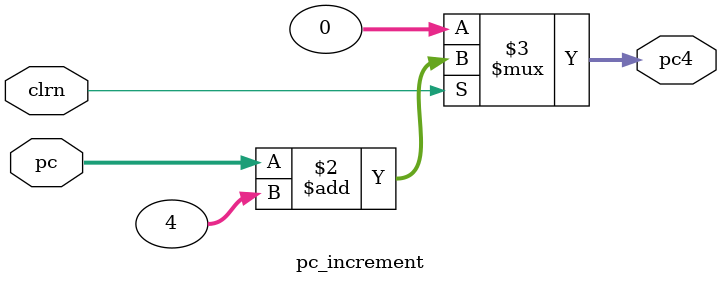
<source format=v>
`timescale 1ns / 1ps

//this is the + module that adds 4 to the pc
module pc_increment(pc, pc4, clrn);
//module pc_increment(pc, pc4);
    input [31:0] pc;
    output[31:0] pc4;
    input clrn;
    assign pc4 = (clrn == 1)? pc + 4: 0;
    //assign pc4 = pc+4;
endmodule

</source>
